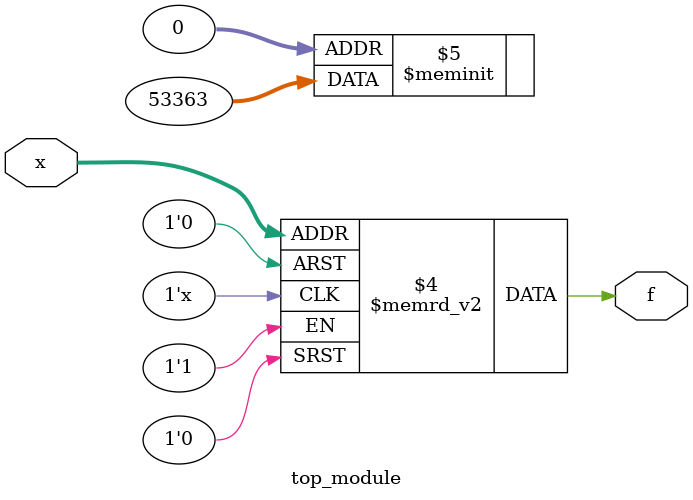
<source format=sv>
module top_module (
    input [4:0] x,   // Correcting input width to 5 bits
    output logic f
);
    always_comb begin
        case (x)
            5'b00000: f = 1;
            5'b00001: f = 1;
            5'b00010: f = 0;
            5'b00011: f = 0;
            5'b00100: f = 1;
            5'b00101: f = 1;
            5'b00110: f = 1;
            5'b00111: f = 0;
            5'b01000: f = 0;
            5'b01001: f = 0;
            5'b01010: f = 0;
            5'b01011: f = 0;
            5'b01100: f = 1;
            5'b01101: f = 0;
            5'b01110: f = 1;
            5'b01111: f = 1;
            5'b10000: f = 0;  // Adding default handling for 5-bit values greater than 4'b1111
            5'b10001: f = 0;
            5'b10010: f = 0;
            5'b10011: f = 0;
            5'b10100: f = 0;
            5'b10101: f = 0;
            5'b10110: f = 0;
            5'b10111: f = 0;
            5'b11000: f = 0;
            5'b11001: f = 0;
            5'b11010: f = 0;
            5'b11011: f = 0;
            5'b11100: f = 0;
            5'b11101: f = 0;
            5'b11110: f = 0;
            5'b11111: f = 0;
            default:  f = 0;  // Default case
        endcase
    end
endmodule

</source>
